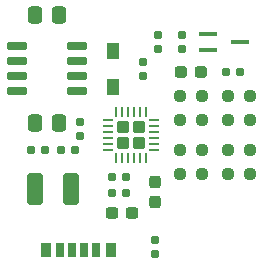
<source format=gtp>
G04 #@! TF.GenerationSoftware,KiCad,Pcbnew,(6.0.7)*
G04 #@! TF.CreationDate,2023-06-14T11:12:21+09:00*
G04 #@! TF.ProjectId,EH-900_PartC_USBPD_ONLY,45482d39-3030-45f5-9061-7274435f5553,rev?*
G04 #@! TF.SameCoordinates,PX5f5e100PY510ff40*
G04 #@! TF.FileFunction,Paste,Top*
G04 #@! TF.FilePolarity,Positive*
%FSLAX46Y46*%
G04 Gerber Fmt 4.6, Leading zero omitted, Abs format (unit mm)*
G04 Created by KiCad (PCBNEW (6.0.7)) date 2023-06-14 11:12:21*
%MOMM*%
%LPD*%
G01*
G04 APERTURE LIST*
G04 Aperture macros list*
%AMRoundRect*
0 Rectangle with rounded corners*
0 $1 Rounding radius*
0 $2 $3 $4 $5 $6 $7 $8 $9 X,Y pos of 4 corners*
0 Add a 4 corners polygon primitive as box body*
4,1,4,$2,$3,$4,$5,$6,$7,$8,$9,$2,$3,0*
0 Add four circle primitives for the rounded corners*
1,1,$1+$1,$2,$3*
1,1,$1+$1,$4,$5*
1,1,$1+$1,$6,$7*
1,1,$1+$1,$8,$9*
0 Add four rect primitives between the rounded corners*
20,1,$1+$1,$2,$3,$4,$5,0*
20,1,$1+$1,$4,$5,$6,$7,0*
20,1,$1+$1,$6,$7,$8,$9,0*
20,1,$1+$1,$8,$9,$2,$3,0*%
G04 Aperture macros list end*
%ADD10RoundRect,0.237500X-0.300000X-0.237500X0.300000X-0.237500X0.300000X0.237500X-0.300000X0.237500X0*%
%ADD11RoundRect,0.155000X-0.212500X-0.155000X0.212500X-0.155000X0.212500X0.155000X-0.212500X0.155000X0*%
%ADD12RoundRect,0.250000X-0.337500X-0.475000X0.337500X-0.475000X0.337500X0.475000X-0.337500X0.475000X0*%
%ADD13RoundRect,0.237500X0.237500X-0.300000X0.237500X0.300000X-0.237500X0.300000X-0.237500X-0.300000X0*%
%ADD14R,0.700000X1.150000*%
%ADD15R,0.800000X1.150000*%
%ADD16R,0.900000X1.150000*%
%ADD17RoundRect,0.150000X0.725000X0.150000X-0.725000X0.150000X-0.725000X-0.150000X0.725000X-0.150000X0*%
%ADD18R,1.500000X0.450000*%
%ADD19RoundRect,0.237500X-0.250000X-0.237500X0.250000X-0.237500X0.250000X0.237500X-0.250000X0.237500X0*%
%ADD20RoundRect,0.237500X0.250000X0.237500X-0.250000X0.237500X-0.250000X-0.237500X0.250000X-0.237500X0*%
%ADD21RoundRect,0.160000X-0.197500X-0.160000X0.197500X-0.160000X0.197500X0.160000X-0.197500X0.160000X0*%
%ADD22RoundRect,0.160000X0.160000X-0.197500X0.160000X0.197500X-0.160000X0.197500X-0.160000X-0.197500X0*%
%ADD23RoundRect,0.160000X-0.160000X0.197500X-0.160000X-0.197500X0.160000X-0.197500X0.160000X0.197500X0*%
%ADD24RoundRect,0.237500X0.287500X0.237500X-0.287500X0.237500X-0.287500X-0.237500X0.287500X-0.237500X0*%
%ADD25RoundRect,0.250000X0.275000X0.275000X-0.275000X0.275000X-0.275000X-0.275000X0.275000X-0.275000X0*%
%ADD26RoundRect,0.062500X0.350000X0.062500X-0.350000X0.062500X-0.350000X-0.062500X0.350000X-0.062500X0*%
%ADD27RoundRect,0.062500X0.062500X0.350000X-0.062500X0.350000X-0.062500X-0.350000X0.062500X-0.350000X0*%
%ADD28RoundRect,0.249997X-0.412503X-1.100003X0.412503X-1.100003X0.412503X1.100003X-0.412503X1.100003X0*%
%ADD29R,1.100000X1.400000*%
G04 APERTURE END LIST*
D10*
G04 #@! TO.C,C301*
X60859500Y8536000D03*
X62584500Y8536000D03*
G04 #@! TD*
D11*
G04 #@! TO.C,C303*
X60900500Y10187000D03*
X62035500Y10187000D03*
G04 #@! TD*
G04 #@! TO.C,C304*
X60900500Y11584000D03*
X62035500Y11584000D03*
G04 #@! TD*
D12*
G04 #@! TO.C,C305*
X54334500Y16156000D03*
X56409500Y16156000D03*
G04 #@! TD*
D13*
G04 #@! TO.C,C306*
X64516000Y9451500D03*
X64516000Y11176500D03*
G04 #@! TD*
D12*
G04 #@! TO.C,C307*
X54334500Y25300000D03*
X56409500Y25300000D03*
G04 #@! TD*
D14*
G04 #@! TO.C,J301*
X57500000Y5405000D03*
D15*
X59520000Y5405000D03*
D16*
X60750000Y5405000D03*
D14*
X58500000Y5405000D03*
D15*
X56480000Y5405000D03*
D16*
X55250000Y5405000D03*
G04 #@! TD*
D17*
G04 #@! TO.C,Q301*
X57947000Y18823000D03*
X57947000Y20093000D03*
X57947000Y21363000D03*
X57947000Y22633000D03*
X52797000Y22633000D03*
X52797000Y21363000D03*
X52797000Y20093000D03*
X52797000Y18823000D03*
G04 #@! TD*
D18*
G04 #@! TO.C,Q302*
X69028000Y23664000D03*
X69028000Y22364000D03*
X71688000Y23014000D03*
G04 #@! TD*
D19*
G04 #@! TO.C,R301*
X70715500Y18442000D03*
X72540500Y18442000D03*
G04 #@! TD*
D20*
G04 #@! TO.C,R302*
X72540500Y16410000D03*
X70715500Y16410000D03*
G04 #@! TD*
G04 #@! TO.C,R303*
X68476500Y18442000D03*
X66651500Y18442000D03*
G04 #@! TD*
D19*
G04 #@! TO.C,R304*
X66651500Y16410000D03*
X68476500Y16410000D03*
G04 #@! TD*
G04 #@! TO.C,R306*
X70715500Y13870000D03*
X72540500Y13870000D03*
G04 #@! TD*
D20*
G04 #@! TO.C,R307*
X72540500Y11838000D03*
X70715500Y11838000D03*
G04 #@! TD*
G04 #@! TO.C,R308*
X68476500Y13870000D03*
X66651500Y13870000D03*
G04 #@! TD*
D19*
G04 #@! TO.C,R309*
X66651500Y11838000D03*
X68476500Y11838000D03*
G04 #@! TD*
D21*
G04 #@! TO.C,R311*
X54012500Y13870000D03*
X55207500Y13870000D03*
G04 #@! TD*
D22*
G04 #@! TO.C,R312*
X64770000Y22416500D03*
X64770000Y23611500D03*
G04 #@! TD*
D23*
G04 #@! TO.C,R314*
X58166000Y16245500D03*
X58166000Y15050500D03*
G04 #@! TD*
G04 #@! TO.C,R315*
X66802000Y23611500D03*
X66802000Y22416500D03*
G04 #@! TD*
D21*
G04 #@! TO.C,R316*
X70522500Y20474000D03*
X71717500Y20474000D03*
G04 #@! TD*
D24*
G04 #@! TO.C,D302*
X68439000Y20474000D03*
X66689000Y20474000D03*
G04 #@! TD*
D22*
G04 #@! TO.C,R313*
X63500000Y20130500D03*
X63500000Y21325500D03*
G04 #@! TD*
D25*
G04 #@! TO.C,U301*
X61834000Y14490000D03*
X61834000Y15790000D03*
X63134000Y14490000D03*
X63134000Y15790000D03*
D26*
X64421500Y13890000D03*
X64421500Y14390000D03*
X64421500Y14890000D03*
X64421500Y15390000D03*
X64421500Y15890000D03*
X64421500Y16390000D03*
D27*
X63734000Y17077500D03*
X63234000Y17077500D03*
X62734000Y17077500D03*
X62234000Y17077500D03*
X61734000Y17077500D03*
X61234000Y17077500D03*
D26*
X60546500Y16390000D03*
X60546500Y15890000D03*
X60546500Y15390000D03*
X60546500Y14890000D03*
X60546500Y14390000D03*
X60546500Y13890000D03*
D27*
X61234000Y13202500D03*
X61734000Y13202500D03*
X62234000Y13202500D03*
X62734000Y13202500D03*
X63234000Y13202500D03*
X63734000Y13202500D03*
G04 #@! TD*
D28*
G04 #@! TO.C,C302*
X54317500Y10568000D03*
X57442500Y10568000D03*
G04 #@! TD*
D22*
G04 #@! TO.C,R305*
X64516000Y5017500D03*
X64516000Y6212500D03*
G04 #@! TD*
D21*
G04 #@! TO.C,R310*
X56552500Y13870000D03*
X57747500Y13870000D03*
G04 #@! TD*
D29*
G04 #@! TO.C,D301*
X60960000Y19178000D03*
X60960000Y22278000D03*
G04 #@! TD*
M02*

</source>
